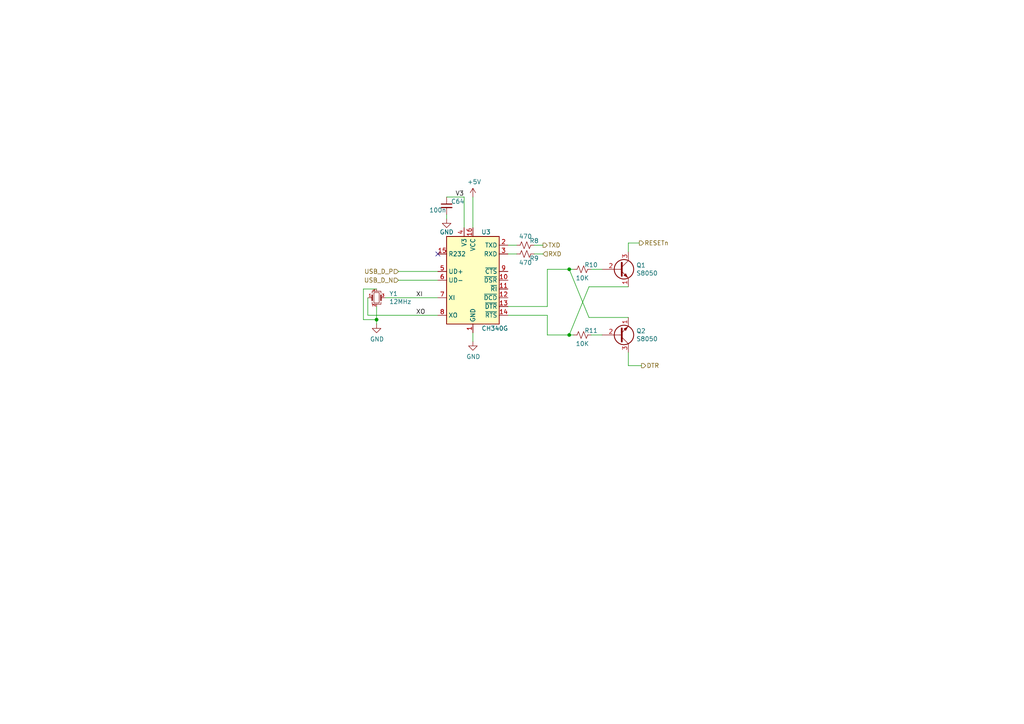
<source format=kicad_sch>
(kicad_sch (version 20211123) (generator eeschema)
  (paper "A4")
  (lib_symbols
    (symbol "Device:C_Small" (pin_numbers hide) (pin_names (offset 0.254) hide)
      (property "Reference" "C" (at 0.254 1.778 0))
      (property "Value" "C_Small" (at 0.254 -2.032 0))
      (symbol "C_Small_0_1"
        (polyline (pts (xy -1.524 -0.508) (xy 1.524 -0.508)) (stroke (width 0.3302)))
        (polyline (pts (xy -1.524 0.508) (xy 1.524 0.508)) (stroke (width 0.3048)))
      )
      (symbol "C_Small_1_1"
        (pin passive line (at 0 2.54 270) (length 2.032) (name "~") (number "1"))
        (pin passive line (at 0 -2.54 90) (length 2.032) (name "~") (number "2"))
      )
    )
    (symbol "Device:Crystal_GND24_Small" (pin_names (offset 1.016) hide)
      (property "Reference" "Y" (at 1.27 4.445 0))
      (property "Value" "Crystal_GND24_Small" (at 1.27 2.54 0))
      (symbol "Crystal_GND24_Small_0_1"
        (rectangle (start -0.762 -1.524) (end 0.762 1.524))
        (polyline (pts (xy -1.27 -0.762) (xy -1.27 0.762)) (stroke (width 0.381)))
        (polyline (pts (xy 1.27 -0.762) (xy 1.27 0.762)) (stroke (width 0.381)))
        (polyline (pts (xy -1.27 -1.27) (xy -1.27 -1.905) (xy 1.27 -1.905) (xy 1.27 -1.27)))
        (polyline (pts (xy -1.27 1.27) (xy -1.27 1.905) (xy 1.27 1.905) (xy 1.27 1.27)))
      )
      (symbol "Crystal_GND24_Small_1_1"
        (pin passive line (at -2.54 0 0) (length 1.27) (name "1") (number "1"))
        (pin passive line (at 0 -2.54 90) (length 0.635) (name "2") (number "2"))
        (pin passive line (at 2.54 0 180) (length 1.27) (name "3") (number "3"))
        (pin passive line (at 0 2.54 270) (length 0.635) (name "4") (number "4"))
      )
    )
    (symbol "Device:R_Small_US" (pin_numbers hide) (pin_names (offset 0.254) hide)
      (property "Reference" "R" (at 0.762 0.508 0))
      (property "Value" "R_Small_US" (at 0.762 -1.016 0))
      (symbol "R_Small_US_1_1"
        (polyline (pts (xy 0 0) (xy 1.016 -0.381) (xy 0 -0.762) (xy -1.016 -1.143) (xy 0 -1.524)))
        (polyline (pts (xy 0 1.524) (xy 1.016 1.143) (xy 0 0.762) (xy -1.016 0.381) (xy 0 0)))
        (pin passive line (at 0 2.54 270) (length 1.016) (name "~") (number "1"))
        (pin passive line (at 0 -2.54 90) (length 1.016) (name "~") (number "2"))
      )
    )
    (symbol "Interface_USB:CH340G"
      (property "Reference" "U" (at -5.08 13.97 0))
      (property "Value" "CH340G" (at 1.27 13.97 0))
      (symbol "CH340G_0_1"
        (rectangle (start -7.62 12.7) (end 7.62 -12.7) (stroke (width 0.254)) (fill (type background)))
      )
      (symbol "CH340G_1_1"
        (pin power_in line (at 0 -15.24 90) (length 2.54) (name "GND") (number "1"))
        (pin input line (at 10.16 0 180) (length 2.54) (name "~{DSR}") (number "10"))
        (pin input line (at 10.16 -2.54 180) (length 2.54) (name "~{RI}") (number "11"))
        (pin input line (at 10.16 -5.08 180) (length 2.54) (name "~{DCD}") (number "12"))
        (pin output line (at 10.16 -7.62 180) (length 2.54) (name "~{DTR}") (number "13"))
        (pin output line (at 10.16 -10.16 180) (length 2.54) (name "~{RTS}") (number "14"))
        (pin input line (at -10.16 7.62 0) (length 2.54) (name "R232") (number "15"))
        (pin power_in line (at 0 15.24 270) (length 2.54) (name "VCC") (number "16"))
        (pin output line (at 10.16 10.16 180) (length 2.54) (name "TXD") (number "2"))
        (pin input line (at 10.16 7.62 180) (length 2.54) (name "RXD") (number "3"))
        (pin passive line (at -2.54 15.24 270) (length 2.54) (name "V3") (number "4"))
        (pin bidirectional line (at -10.16 2.54 0) (length 2.54) (name "UD+") (number "5"))
        (pin bidirectional line (at -10.16 0 0) (length 2.54) (name "UD-") (number "6"))
        (pin input line (at -10.16 -5.08 0) (length 2.54) (name "XI") (number "7"))
        (pin output line (at -10.16 -10.16 0) (length 2.54) (name "XO") (number "8"))
        (pin input line (at 10.16 2.54 180) (length 2.54) (name "~{CTS}") (number "9"))
      )
    )
    (symbol "Transistor_BJT:S8050" (pin_names (offset 0) hide)
      (property "Reference" "Q" (at 5.08 1.905 0))
      (property "Value" "S8050" (at 5.08 0 0))
      (symbol "S8050_0_1"
        (polyline (pts (xy 0 0) (xy 0.635 0)))
        (polyline (pts (xy 0.635 0.635) (xy 2.54 2.54)))
        (polyline (pts (xy 0.635 -0.635) (xy 2.54 -2.54) (xy 2.54 -2.54)))
        (polyline (pts (xy 0.635 1.905) (xy 0.635 -1.905) (xy 0.635 -1.905)) (stroke (width 0.508)))
        (polyline (pts (xy 1.27 -1.778) (xy 1.778 -1.27) (xy 2.286 -2.286) (xy 1.27 -1.778) (xy 1.27 -1.778)) (fill (type outline)))
        (circle (center 1.27 0) (radius 2.8194) (stroke (width 0.254)))
      )
      (symbol "S8050_1_1"
        (pin passive line (at 2.54 -5.08 90) (length 2.54) (name "E") (number "1"))
        (pin input line (at -5.08 0 0) (length 5.08) (name "B") (number "2"))
        (pin passive line (at 2.54 5.08 270) (length 2.54) (name "C") (number "3"))
      )
    )
    (symbol "power:+5V" (power) (pin_names (offset 0))
      (property "Value" "+5V" (at 0 3.556 0))
      (symbol "+5V_0_1"
        (polyline (pts (xy -0.762 1.27) (xy 0 2.54)))
        (polyline (pts (xy 0 0) (xy 0 2.54)))
        (polyline (pts (xy 0 2.54) (xy 0.762 1.27)))
      )
      (symbol "+5V_1_1"
        (pin power_in line (at 0 0 90) (length 0) hide (name "+5V") (number "1"))
      )
    )
    (symbol "power:GND" (power) (pin_names (offset 0))
      (property "Value" "GND" (at 0 -3.81 0))
      (symbol "GND_0_1"
        (polyline (pts (xy 0 0) (xy 0 -1.27) (xy 1.27 -1.27) (xy 0 -2.54) (xy -1.27 -1.27) (xy 0 -1.27)))
      )
      (symbol "GND_1_1"
        (pin power_in line (at 0 0 270) (length 0) hide (name "GND") (number "1"))
      )
    )
  )
  (junction (at 109.22 92.71))
  (junction (at 165.1 78.105))
  (junction (at 165.1 97.155))
  (no_connect (at 127 73.66))
  (wire (pts (xy 127 91.44) (xy 106.68 91.44)))
  (wire (pts (xy 158.75 78.105) (xy 165.1 78.105)))
  (wire (pts (xy 182.245 92.075) (xy 170.815 92.075)))
  (wire (pts (xy 165.1 97.155) (xy 166.37 97.155)))
  (wire (pts (xy 182.245 70.485) (xy 182.245 73.025)))
  (wire (pts (xy 109.22 88.9) (xy 109.22 92.71)))
  (wire (pts (xy 170.815 83.185) (xy 165.1 97.155)))
  (wire (pts (xy 137.16 57.15) (xy 137.16 66.04)))
  (wire (pts (xy 185.42 70.485) (xy 182.245 70.485)))
  (wire (pts (xy 171.45 78.105) (xy 174.625 78.105)))
  (wire (pts (xy 109.22 92.71) (xy 109.22 93.98)))
  (wire (pts (xy 105.41 83.82) (xy 105.41 92.71)))
  (wire (pts (xy 105.41 92.71) (xy 109.22 92.71)))
  (wire (pts (xy 129.54 63.5) (xy 129.54 62.23)))
  (wire (pts (xy 134.62 57.15) (xy 134.62 66.04)))
  (wire (pts (xy 158.75 97.155) (xy 165.1 97.155)))
  (wire (pts (xy 171.45 97.155) (xy 174.625 97.155)))
  (wire (pts (xy 111.76 86.36) (xy 127 86.36)))
  (wire (pts (xy 182.245 106.045) (xy 186.055 106.045)))
  (wire (pts (xy 165.1 78.105) (xy 166.37 78.105)))
  (wire (pts (xy 115.57 81.28) (xy 127 81.28)))
  (wire (pts (xy 137.16 99.06) (xy 137.16 96.52)))
  (wire (pts (xy 154.94 71.12) (xy 157.48 71.12)))
  (wire (pts (xy 182.245 102.235) (xy 182.245 106.045)))
  (wire (pts (xy 182.245 83.185) (xy 170.815 83.185)))
  (wire (pts (xy 147.32 71.12) (xy 149.86 71.12)))
  (wire (pts (xy 109.22 83.82) (xy 105.41 83.82)))
  (wire (pts (xy 147.32 88.9) (xy 158.75 88.9)))
  (wire (pts (xy 129.54 57.15) (xy 134.62 57.15)))
  (wire (pts (xy 158.75 88.9) (xy 158.75 78.105)))
  (wire (pts (xy 154.94 73.66) (xy 157.48 73.66)))
  (wire (pts (xy 147.32 73.66) (xy 149.86 73.66)))
  (wire (pts (xy 106.68 91.44) (xy 106.68 86.36)))
  (wire (pts (xy 158.75 91.44) (xy 158.75 97.155)))
  (wire (pts (xy 170.815 92.075) (xy 165.1 78.105)))
  (wire (pts (xy 115.57 78.74) (xy 127 78.74)))
  (wire (pts (xy 147.32 91.44) (xy 158.75 91.44)))
  (label "V3" (at 132.08 57.15 0))
  (label "XI" (at 120.65 86.36 0))
  (label "XO" (at 120.65 91.44 0))
  (hierarchical_label "TXD" (shape output) (at 157.48 71.12 0))
  (hierarchical_label "USB_D_P" (shape input) (at 115.57 78.74 180))
  (hierarchical_label "RXD" (shape input) (at 157.48 73.66 0))
  (hierarchical_label "USB_D_N" (shape input) (at 115.57 81.28 180))
  (hierarchical_label "DTR" (shape output) (at 186.055 106.045 0))
  (hierarchical_label "RESETn" (shape output) (at 185.42 70.485 0))
  (symbol (lib_id "Interface_USB:CH340G") (at 137.16 81.28 0) (unit 1)
    (property "Reference" "U3" (at 140.97 67.31 0))
    (property "Value" "CH340G" (at 143.51 95.25 0))
    (property "Footprint" "Package_SO:SOIC-16_3.9x9.9mm_P1.27mm" (effects hide))
    (property "Datasheet" "http://www.datasheet5.com/pdf-local-2195953" (effects hide))
  )
  (symbol (lib_id "power:+5V") (at 137.16 57.15 0) (unit 1)
    (property "Reference" "#PWR0192" (effects hide))
    (property "Value" "+5V" (at 137.541 52.7558 0))
  )
  (symbol (lib_id "power:GND") (at 137.16 99.06 0) (unit 1)
    (property "Reference" "#PWR0195" (effects hide))
    (property "Value" "GND" (at 137.287 103.4542 0))
  )
  (symbol (lib_id "Device:C_Small") (at 129.54 59.69 0) (unit 1)
    (property "Reference" "C64" (at 130.81 58.42 0) (effects (justify left)))
    (property "Value" "100n" (at 124.46 60.96 0) (effects (justify left)))
    (property "Footprint" "Capacitor_SMD:C_0603_1608Metric" (effects hide))
  )
  (symbol (lib_id "power:GND") (at 129.54 63.5 0) (unit 1)
    (property "Reference" "#PWR0193" (effects hide))
    (property "Value" "GND" (at 129.54 67.31 0))
  )
  (symbol (lib_id "Device:R_Small_US") (at 152.4 71.12 270) (unit 1)
    (property "Reference" "R8" (at 154.94 69.85 90))
    (property "Value" "470" (at 152.4 68.58 90))
    (property "Footprint" "Resistor_SMD:R_0603_1608Metric" (effects hide))
  )
  (symbol (lib_id "Device:R_Small_US") (at 152.4 73.66 270) (unit 1)
    (property "Reference" "R9" (at 154.94 74.93 90))
    (property "Value" "470" (at 152.4 76.2 90))
    (property "Footprint" "Resistor_SMD:R_0603_1608Metric" (effects hide))
  )
  (symbol (lib_id "Device:Crystal_GND24_Small") (at 109.22 86.36 0) (unit 1)
    (property "Reference" "Y1" (at 112.8776 85.1916 0) (effects (justify left)))
    (property "Value" "12MHz" (at 112.8776 87.503 0) (effects (justify left)))
    (property "Footprint" "Crystal:Crystal_SMD_3225-4Pin_3.2x2.5mm" (effects hide))
  )
  (symbol (lib_id "power:GND") (at 109.22 93.98 0) (unit 1)
    (property "Reference" "#PWR0194" (effects hide))
    (property "Value" "GND" (at 109.347 98.3742 0))
  )
  (symbol (lib_id "Transistor_BJT:S8050") (at 179.705 97.155 0) (mirror x) (unit 1)
    (property "Reference" "Q2" (at 184.531 95.9866 0) (effects (justify left)))
    (property "Value" "S8050" (at 184.531 98.298 0) (effects (justify left)))
    (property "Footprint" "Package_TO_SOT_THT:TO-92_Inline" (effects hide))
    (property "Datasheet" "http://www.unisonic.com.tw/datasheet/S8050.pdf" (effects hide))
  )
  (symbol (lib_id "Transistor_BJT:S8050") (at 179.705 78.105 0) (unit 1)
    (property "Reference" "Q1" (at 184.531 76.9366 0) (effects (justify left)))
    (property "Value" "S8050" (at 184.531 79.248 0) (effects (justify left)))
    (property "Footprint" "Package_TO_SOT_THT:TO-92_Inline" (effects hide))
    (property "Datasheet" "http://www.unisonic.com.tw/datasheet/S8050.pdf" (effects hide))
  )
  (symbol (lib_id "Device:R_Small_US") (at 168.91 97.155 270) (unit 1)
    (property "Reference" "R11" (at 171.45 95.885 90))
    (property "Value" "10K" (at 168.91 99.695 90))
    (property "Footprint" "Resistor_SMD:R_0603_1608Metric" (effects hide))
  )
  (symbol (lib_id "Device:R_Small_US") (at 168.91 78.105 270) (unit 1)
    (property "Reference" "R10" (at 171.45 76.835 90))
    (property "Value" "10K" (at 168.91 80.645 90))
    (property "Footprint" "Resistor_SMD:R_0603_1608Metric" (effects hide))
  )
)
</source>
